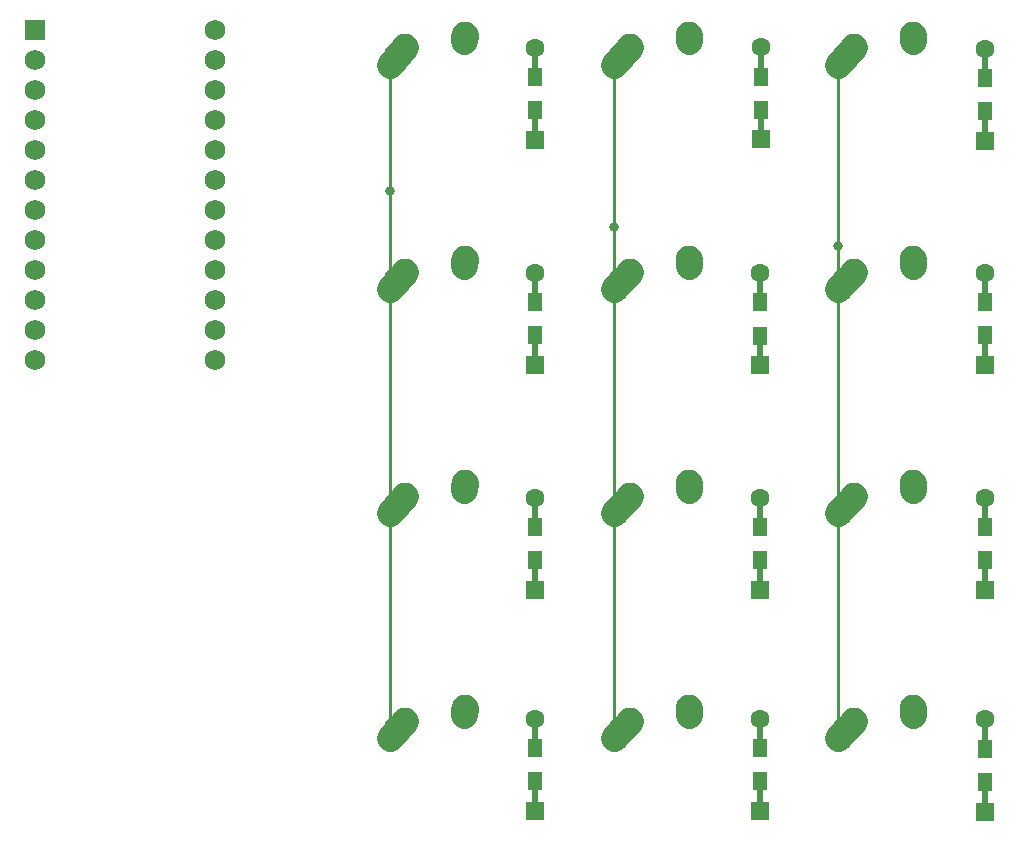
<source format=gtl>
G04 #@! TF.GenerationSoftware,KiCad,Pcbnew,(5.1.4)-1*
G04 #@! TF.CreationDate,2020-08-22T19:17:11-06:00*
G04 #@! TF.ProjectId,smolPad,736d6f6c-5061-4642-9e6b-696361645f70,rev?*
G04 #@! TF.SameCoordinates,Original*
G04 #@! TF.FileFunction,Copper,L1,Top*
G04 #@! TF.FilePolarity,Positive*
%FSLAX46Y46*%
G04 Gerber Fmt 4.6, Leading zero omitted, Abs format (unit mm)*
G04 Created by KiCad (PCBNEW (5.1.4)-1) date 2020-08-22 19:17:11*
%MOMM*%
%LPD*%
G04 APERTURE LIST*
%ADD10C,2.250000*%
%ADD11C,2.250000*%
%ADD12R,1.752600X1.752600*%
%ADD13C,1.752600*%
%ADD14R,1.600000X1.600000*%
%ADD15C,1.600000*%
%ADD16R,0.500000X2.900000*%
%ADD17R,1.200000X1.600000*%
%ADD18C,0.800000*%
%ADD19C,0.250000*%
G04 APERTURE END LIST*
D10*
X157520000Y-93210000D03*
D11*
X157500000Y-93500000D02*
X157540000Y-92920000D01*
D10*
X157540000Y-92920000D03*
X151845001Y-94730000D03*
D11*
X151190000Y-95460000D02*
X152500002Y-94000000D01*
D10*
X152500000Y-94000000D03*
X152500000Y-113000000D03*
X151845001Y-113730000D03*
D11*
X151190000Y-114460000D02*
X152500002Y-113000000D01*
D10*
X157540000Y-111920000D03*
X157520000Y-112210000D03*
D11*
X157500000Y-112500000D02*
X157540000Y-111920000D01*
D10*
X195520000Y-74210000D03*
D11*
X195500000Y-74500000D02*
X195540000Y-73920000D01*
D10*
X195540000Y-73920000D03*
X189845001Y-75730000D03*
D11*
X189190000Y-76460000D02*
X190500002Y-75000000D01*
D10*
X190500000Y-75000000D03*
X171500000Y-94000000D03*
X170845001Y-94730000D03*
D11*
X170190000Y-95460000D02*
X171500002Y-94000000D01*
D10*
X176540000Y-92920000D03*
X176520000Y-93210000D03*
D11*
X176500000Y-93500000D02*
X176540000Y-92920000D01*
D10*
X176520000Y-112210000D03*
D11*
X176500000Y-112500000D02*
X176540000Y-111920000D01*
D10*
X176540000Y-111920000D03*
X170845001Y-113730000D03*
D11*
X170190000Y-114460000D02*
X171500002Y-113000000D01*
D10*
X171500000Y-113000000D03*
X176520000Y-55210000D03*
D11*
X176500000Y-55500000D02*
X176540000Y-54920000D01*
D10*
X176540000Y-54920000D03*
X170845001Y-56730000D03*
D11*
X170190000Y-57460000D02*
X171500002Y-56000000D01*
D10*
X171500000Y-56000000D03*
X152500000Y-75000000D03*
X151845001Y-75730000D03*
D11*
X151190000Y-76460000D02*
X152500002Y-75000000D01*
D10*
X157540000Y-73920000D03*
X157520000Y-74210000D03*
D11*
X157500000Y-74500000D02*
X157540000Y-73920000D01*
D10*
X157520000Y-55210000D03*
D11*
X157500000Y-55500000D02*
X157540000Y-54920000D01*
D10*
X157540000Y-54920000D03*
X151845001Y-56730000D03*
D11*
X151190000Y-57460000D02*
X152500002Y-56000000D01*
D10*
X152500000Y-56000000D03*
X190500000Y-56000000D03*
X189845001Y-56730000D03*
D11*
X189190000Y-57460000D02*
X190500002Y-56000000D01*
D10*
X195540000Y-54920000D03*
X195520000Y-55210000D03*
D11*
X195500000Y-55500000D02*
X195540000Y-54920000D01*
D10*
X171500000Y-75000000D03*
X170845001Y-75730000D03*
D11*
X170190000Y-76460000D02*
X171500002Y-75000000D01*
D10*
X176540000Y-73920000D03*
X176520000Y-74210000D03*
D11*
X176500000Y-74500000D02*
X176540000Y-73920000D01*
D10*
X195520000Y-93210000D03*
D11*
X195500000Y-93500000D02*
X195540000Y-92920000D01*
D10*
X195540000Y-92920000D03*
X189845001Y-94730000D03*
D11*
X189190000Y-95460000D02*
X190500002Y-94000000D01*
D10*
X190500000Y-94000000D03*
X190500000Y-113000000D03*
X189845001Y-113730000D03*
D11*
X189190000Y-114460000D02*
X190500002Y-113000000D01*
D10*
X195540000Y-111920000D03*
X195520000Y-112210000D03*
D11*
X195500000Y-112500000D02*
X195540000Y-111920000D01*
D12*
X121130000Y-54530000D03*
D13*
X121130000Y-57070000D03*
X121130000Y-59610000D03*
X121130000Y-62150000D03*
X121130000Y-64690000D03*
X121130000Y-67230000D03*
X121130000Y-69770000D03*
X121130000Y-72310000D03*
X121130000Y-74850000D03*
X121130000Y-77390000D03*
X121130000Y-79930000D03*
X136370000Y-82470000D03*
X136370000Y-79930000D03*
X136370000Y-77390000D03*
X136370000Y-74850000D03*
X136370000Y-72310000D03*
X136370000Y-69770000D03*
X136370000Y-67230000D03*
X136370000Y-64690000D03*
X136370000Y-62150000D03*
X136370000Y-59610000D03*
X136370000Y-57070000D03*
X121130000Y-82470000D03*
X136370000Y-54530000D03*
D14*
X163512500Y-63837500D03*
D15*
X163512500Y-56037500D03*
D16*
X163512500Y-62437500D03*
D17*
X163512500Y-61337500D03*
X163512500Y-58537500D03*
D16*
X163512500Y-57437500D03*
X182600000Y-57400000D03*
D17*
X182600000Y-58500000D03*
X182600000Y-61300000D03*
D16*
X182600000Y-62400000D03*
D15*
X182600000Y-56000000D03*
D14*
X182600000Y-63800000D03*
X201612500Y-63900000D03*
D15*
X201612500Y-56100000D03*
D16*
X201612500Y-62500000D03*
D17*
X201612500Y-61400000D03*
X201612500Y-58600000D03*
D16*
X201612500Y-57500000D03*
X163512500Y-76492500D03*
D17*
X163512500Y-77592500D03*
X163512500Y-80392500D03*
D16*
X163512500Y-81492500D03*
D15*
X163512500Y-75092500D03*
D14*
X163512500Y-82892500D03*
X182562500Y-82900000D03*
D15*
X182562500Y-75100000D03*
D16*
X182562500Y-81500000D03*
D17*
X182562500Y-80400000D03*
X182562500Y-77600000D03*
D16*
X182562500Y-76500000D03*
X201612500Y-76492500D03*
D17*
X201612500Y-77592500D03*
X201612500Y-80392500D03*
D16*
X201612500Y-81492500D03*
D15*
X201612500Y-75092500D03*
D14*
X201612500Y-82892500D03*
X163512500Y-101942500D03*
D15*
X163512500Y-94142500D03*
D16*
X163512500Y-100542500D03*
D17*
X163512500Y-99442500D03*
X163512500Y-96642500D03*
D16*
X163512500Y-95542500D03*
X182562500Y-95542500D03*
D17*
X182562500Y-96642500D03*
X182562500Y-99442500D03*
D16*
X182562500Y-100542500D03*
D15*
X182562500Y-94142500D03*
D14*
X182562500Y-101942500D03*
X201612500Y-101942500D03*
D15*
X201612500Y-94142500D03*
D16*
X201612500Y-100542500D03*
D17*
X201612500Y-99442500D03*
X201612500Y-96642500D03*
D16*
X201612500Y-95542500D03*
X163512500Y-114250000D03*
D17*
X163512500Y-115350000D03*
X163512500Y-118150000D03*
D16*
X163512500Y-119250000D03*
D15*
X163512500Y-112850000D03*
D14*
X163512500Y-120650000D03*
X182562500Y-120650000D03*
D15*
X182562500Y-112850000D03*
D16*
X182562500Y-119250000D03*
D17*
X182562500Y-118150000D03*
X182562500Y-115350000D03*
D16*
X182562500Y-114250000D03*
X201612500Y-114300000D03*
D17*
X201612500Y-115400000D03*
X201612500Y-118200000D03*
D16*
X201612500Y-119300000D03*
D15*
X201612500Y-112900000D03*
D14*
X201612500Y-120700000D03*
D18*
X151190000Y-68190000D03*
X170190000Y-71190000D03*
X189190000Y-72810000D03*
D19*
X151375001Y-95645001D02*
X151190000Y-95460000D01*
X151190000Y-114310000D02*
X152500000Y-113000000D01*
X151190000Y-114460000D02*
X151190000Y-114310000D01*
X151190000Y-95460000D02*
X151190000Y-76460000D01*
X151190000Y-76460000D02*
X151190000Y-68190000D01*
X151190000Y-68190000D02*
X151190000Y-57460000D01*
X151190000Y-114460000D02*
X151190000Y-95460000D01*
X170375001Y-95645001D02*
X170190000Y-95460000D01*
X170190000Y-76460000D02*
X170190000Y-71190000D01*
X170190000Y-71190000D02*
X170190000Y-60190000D01*
X170190000Y-114460000D02*
X170190000Y-95310000D01*
X170190000Y-95310000D02*
X170190000Y-95460000D01*
X170190000Y-76310000D02*
X170190000Y-76460000D01*
X170190000Y-60190000D02*
X170190000Y-57460000D01*
X170190000Y-95460000D02*
X170190000Y-76310000D01*
X189190000Y-114460000D02*
X189190000Y-95460000D01*
X189190000Y-79190000D02*
X189190000Y-76460000D01*
X189190000Y-60190000D02*
X189190000Y-57460000D01*
X189190000Y-95460000D02*
X189190000Y-79190000D01*
X189190000Y-72810000D02*
X189190000Y-60190000D01*
X189190000Y-76460000D02*
X189190000Y-72810000D01*
M02*

</source>
